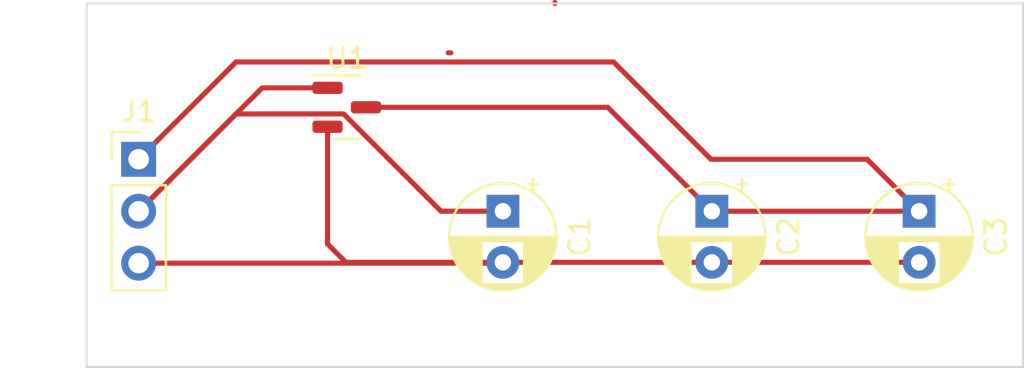
<source format=kicad_pcb>
(kicad_pcb (version 20211014) (generator pcbnew)
  (layers (0 "F.Cu" signal) (31 "B.Cu" signal) (34 "B.Paste" user) (35 "F.Paste" user) (36 "B.SilkS" user "B.Silkscreen") (37 "F.SilkS" user "F.Silkscreen") (38 "B.Mask" user) (39 "F.Mask" user) (44 "Edge.Cuts" user))
  (net 0 "")
  (net 1 "Net-(C1-Pad1)")
  (net 2 "GNDREF")
  (net 3 "Net-(U1-Pad3)")
  (footprint "Package_TO_SOT_SMD:SOT-23" (layer "F.Cu") (at 121.92 104.14)
    (fp_text reference "U1" (at 0 -2.4) (layer "F.SilkS"))
    (fp_text value "L7805")
    (fp_line (start 0 -1.56) (end 0.65 -1.56) (layer "F.SilkS") (width 0.12))
    (fp_line (start 0 -1.56) (end -1.675 -1.56) (layer "F.SilkS") (width 0.12))
    (fp_line (start 0 1.56) (end -0.65 1.56) (layer "F.SilkS") (width 0.12))
    (fp_line (start 0 1.56) (end 0.65 1.56) (layer "F.SilkS") (width 0.12))
    (pad "1" smd roundrect (at -0.9375 -0.95) (size 1.475 0.6) (layers "F.Cu" "F.Paste" "F.Mask") (net 1 "Net-(C1-Pad1)"))
    (pad "2" smd roundrect (at -0.9375 0.95) (size 1.475 0.6) (layers "F.Cu" "F.Paste" "F.Mask") (net 2 "GNDREF"))
    (pad "3" smd roundrect (at 0.9375 0) (size 1.475 0.6) (layers "F.Cu" "F.Paste" "F.Mask") (net 3 "Net-(U1-Pad3)"))
  )
  (footprint "Capacitor_THT:CP_Radial_D5.0mm_P2.50mm" (layer "F.Cu") (at 149.86 109.22 -90)
    (fp_text reference "C3" (at 1.25 -3.75 90) (layer "F.SilkS"))
    (fp_text value "C")
    (fp_line (start 3.051 -1.864) (end 3.051 -1.04) (layer "F.SilkS") (width 0.12))
    (fp_line (start 2.931 -1.971) (end 2.931 -1.04) (layer "F.SilkS") (width 0.12))
    (fp_line (start 2.651 -2.175) (end 2.651 -1.04) (layer "F.SilkS") (width 0.12))
    (fp_line (start 3.011 -1.901) (end 3.011 -1.04) (layer "F.SilkS") (width 0.12))
    (fp_line (start 1.65 -2.55) (end 1.65 -1.04) (layer "F.SilkS") (width 0.12))
    (fp_line (start 3.451 1.04) (end 3.451 1.383) (layer "F.SilkS") (width 0.12))
    (fp_line (start 1.57 -2.561) (end 1.57 -1.04) (layer "F.SilkS") (width 0.12))
    (fp_line (start 2.411 -2.31) (end 2.411 -1.04) (layer "F.SilkS") (width 0.12))
    (fp_line (start 2.971 -1.937) (end 2.971 -1.04) (layer "F.SilkS") (width 0.12))
    (fp_line (start 1.65 1.04) (end 1.65 2.55) (layer "F.SilkS") (width 0.12))
    (fp_line (start 2.731 -2.122) (end 2.731 -1.04) (layer "F.SilkS") (width 0.12))
    (fp_line (start 1.37 -2.578) (end 1.37 2.578) (layer "F.SilkS") (width 0.12))
    (fp_line (start -1.554775 -1.475) (end -1.054775 -1.475) (layer "F.SilkS") (width 0.12))
    (fp_line (start 3.371 -1.5) (end 3.371 -1.04) (layer "F.SilkS") (width 0.12))
    (fp_line (start 1.81 -2.52) (end 1.81 -1.04) (layer "F.SilkS") (width 0.12))
    (fp_line (start 3.651 -1.011) (end 3.651 1.011) (layer "F.SilkS") (width 0.12))
    (fp_line (start 2.771 -2.095) (end 2.771 -1.04) (layer "F.SilkS") (width 0.12))
    (fp_line (start 3.491 -1.319) (end 3.491 -1.04) (layer "F.SilkS") (width 0.12))
    (fp_line (start 1.53 1.04) (end 1.53 2.565) (layer "F.SilkS") (width 0.12))
    (fp_line (start 2.131 1.04) (end 2.131 2.428) (layer "F.SilkS") (width 0.12))
    (fp_line (start 2.451 -2.29) (end 2.451 -1.04) (layer "F.SilkS") (width 0.12))
    (fp_line (start 1.971 -2.48) (end 1.971 -1.04) (layer "F.SilkS") (width 0.12))
    (fp_line (start 3.611 -1.098) (end 3.611 1.098) (layer "F.SilkS") (width 0.12))
    (fp_line (start 2.251 -2.382) (end 2.251 -1.04) (layer "F.SilkS") (width 0.12))
    (fp_line (start 1.45 -2.573) (end 1.45 2.573) (layer "F.SilkS") (width 0.12))
    (fp_line (start 1.89 -2.501) (end 1.89 -1.04) (layer "F.SilkS") (width 0.12))
    (fp_line (start 2.011 1.04) (end 2.011 2.468) (layer "F.SilkS") (width 0.12))
    (fp_line (start 2.091 -2.442) (end 2.091 -1.04) (layer "F.SilkS") (width 0.12))
    (fp_line (start 2.491 1.04) (end 2.491 2.268) (layer "F.SilkS") (width 0.12))
    (fp_line (start 2.131 -2.428) (end 2.131 -1.04) (layer "F.SilkS") (width 0.12))
    (fp_line (start 1.41 -2.576) (end 1.41 2.576) (layer "F.SilkS") (width 0.12))
    (fp_line (start 2.211 1.04) (end 2.211 2.398) (layer "F.SilkS") (width 0.12))
    (fp_line (start 3.731 -0.805) (end 3.731 0.805) (layer "F.SilkS") (width 0.12))
    (fp_line (start 2.251 1.04) (end 2.251 2.382) (layer "F.SilkS") (width 0.12))
    (fp_line (start 1.69 1.04) (end 1.69 2.543) (layer "F.SilkS") (width 0.12))
    (fp_line (start 1.85 1.04) (end 1.85 2.511) (layer "F.SilkS") (width 0.12))
    (fp_line (start 3.371 1.04) (end 3.371 1.5) (layer "F.SilkS") (width 0.12))
    (fp_line (start 2.051 -2.455) (end 2.051 -1.04) (layer "F.SilkS") (width 0.12))
    (fp_line (start 3.531 -1.251) (end 3.531 -1.04) (layer "F.SilkS") (width 0.12))
    (fp_line (start 3.091 1.04) (end 3.091 1.826) (layer "F.SilkS") (width 0.12))
    (fp_line (start 2.691 1.04) (end 2.691 2.149) (layer "F.SilkS") (width 0.12))
    (fp_line (start 3.411 -1.443) (end 3.411 -1.04) (layer "F.SilkS") (width 0.12))
    (fp_line (start 1.77 -2.528) (end 1.77 -1.04) (layer "F.SilkS") (width 0.12))
    (fp_line (start 2.971 1.04) (end 2.971 1.937) (layer "F.SilkS") (width 0.12))
    (fp_line (start 2.171 1.04) (end 2.171 2.414) (layer "F.SilkS") (width 0.12))
    (fp_line (start 2.411 1.04) (end 2.411 2.31) (layer "F.SilkS") (width 0.12))
    (fp_line (start 1.61 1.04) (end 1.61 2.556) (layer "F.SilkS") (width 0.12))
    (fp_line (start 2.291 -2.365) (end 2.291 -1.04) (layer "F.SilkS") (width 0.12))
    (fp_line (start 3.291 1.04) (end 3.291 1.605) (layer "F.SilkS") (width 0.12))
    (fp_line (start 2.891 1.04) (end 2.891 2.004) (layer "F.SilkS") (width 0.12))
    (fp_line (start 2.651 1.04) (end 2.651 2.175) (layer "F.SilkS") (width 0.12))
    (fp_line (start 2.931 1.04) (end 2.931 1.971) (layer "F.SilkS") (width 0.12))
    (fp_line (start 2.371 -2.329) (end 2.371 -1.04) (layer "F.SilkS") (width 0.12))
    (fp_line (start 3.331 -1.554) (end 3.331 -1.04) (layer "F.SilkS") (width 0.12))
    (fp_line (start 3.211 1.04) (end 3.211 1.699) (layer "F.SilkS") (width 0.12))
    (fp_line (start 2.851 1.04) (end 2.851 2.035) (layer "F.SilkS") (width 0.12))
    (fp_line (start 3.571 -1.178) (end 3.571 1.178) (layer "F.SilkS") (width 0.12))
    (fp_line (start 2.811 1.04) (end 2.811 2.065) (layer "F.SilkS") (width 0.12))
    (fp_line (start 1.93 -2.491) (end 1.93 -1.04) (layer "F.SilkS") (width 0.12))
    (fp_line (start 1.93 1.04) (end 1.93 2.491) (layer "F.SilkS") (width 0.12))
    (fp_line (start 2.291 1.04) (end 2.291 2.365) (layer "F.SilkS") (width 0.12))
    (fp_line (start 3.251 1.04) (end 3.251 1.653) (layer "F.SilkS") (width 0.12))
    (fp_line (start 2.011 -2.468) (end 2.011 -1.04) (layer "F.SilkS") (width 0.12))
    (fp_line (start 3.531 1.04) (end 3.531 1.251) (layer "F.SilkS") (width 0.12))
    (fp_line (start 2.851 -2.035) (end 2.851 -1.04) (layer "F.SilkS") (width 0.12))
    (fp_line (start 1.73 -2.536) (end 1.73 -1.04) (layer "F.SilkS") (width 0.12))
    (fp_line (start 1.57 1.04) (end 1.57 2.561) (layer "F.SilkS") (width 0.12))
    (fp_line (start 2.451 1.04) (end 2.451 2.29) (layer "F.SilkS") (width 0.12))
    (fp_line (start 1.29 -2.58) (end 1.29 2.58) (layer "F.SilkS") (width 0.12))
    (fp_line (start 3.451 -1.383) (end 3.451 -1.04) (layer "F.SilkS") (width 0.12))
    (fp_line (start 2.691 -2.149) (end 2.691 -1.04) (layer "F.SilkS") (width 0.12))
    (fp_line (start 2.811 -2.065) (end 2.811 -1.04) (layer "F.SilkS") (width 0.12))
    (fp_line (start 2.611 -2.2) (end 2.611 -1.04) (layer "F.SilkS") (width 0.12))
    (fp_line (start 2.171 -2.414) (end 2.171 -1.04) (layer "F.SilkS") (width 0.12))
    (fp_line (start 3.411 1.04) (end 3.411 1.443) (layer "F.SilkS") (width 0.12))
    (fp_line (start 3.851 -0.284) (end 3.851 0.284) (layer "F.SilkS") (width 0.12))
    (fp_line (start 1.25 -2.58) (end 1.25 2.58) (layer "F.SilkS") (width 0.12))
    (fp_line (start 2.491 -2.268) (end 2.491 -1.04) (layer "F.SilkS") (width 0.12))
    (fp_line (start 3.291 -1.605) (end 3.291 -1.04) (layer "F.SilkS") (width 0.12))
    (fp_line (start 1.89 1.04) (end 1.89 2.501) (layer "F.SilkS") (width 0.12))
    (fp_line (start 1.69 -2.543) (end 1.69 -1.04) (layer "F.SilkS") (width 0.12))
    (fp_line (start 2.571 1.04) (end 2.571 2.224) (layer "F.SilkS") (width 0.12))
    (fp_line (start 2.731 1.04) (end 2.731 2.122) (layer "F.SilkS") (width 0.12))
    (fp_line (start 2.051 1.04) (end 2.051 2.455) (layer "F.SilkS") (width 0.12))
    (fp_line (start 2.771 1.04) (end 2.771 2.095) (layer "F.SilkS") (width 0.12))
    (fp_line (start 1.77 1.04) (end 1.77 2.528) (layer "F.SilkS") (width 0.12))
    (fp_line (start 2.571 -2.224) (end 2.571 -1.04) (layer "F.SilkS") (width 0.12))
    (fp_line (start 3.131 1.04) (end 3.131 1.785) (layer "F.SilkS") (width 0.12))
    (fp_line (start 1.33 -2.579) (end 1.33 2.579) (layer "F.SilkS") (width 0.12))
    (fp_line (start 1.61 -2.556) (end 1.61 -1.04) (layer "F.SilkS") (width 0.12))
    (fp_line (start 3.211 -1.699) (end 3.211 -1.04) (layer "F.SilkS") (width 0.12))
    (fp_line (start 1.85 -2.511) (end 1.85 -1.04) (layer "F.SilkS") (width 0.12))
    (fp_line (start 1.49 1.04) (end 1.49 2.569) (layer "F.SilkS") (width 0.12))
    (fp_line (start 3.691 -0.915) (end 3.691 0.915) (layer "F.SilkS") (width 0.12))
    (fp_line (start 1.53 -2.565) (end 1.53 -1.04) (layer "F.SilkS") (width 0.12))
    (fp_line (start 3.091 -1.826) (end 3.091 -1.04) (layer "F.SilkS") (width 0.12))
    (fp_line (start 2.331 -2.348) (end 2.331 -1.04) (layer "F.SilkS") (width 0.12))
    (fp_line (start 1.81 1.04) (end 1.81 2.52) (layer "F.SilkS") (width 0.12))
    (fp_line (start 3.051 1.04) (end 3.051 1.864) (layer "F.SilkS") (width 0.12))
    (fp_line (start 1.73 1.04) (end 1.73 2.536) (layer "F.SilkS") (width 0.12))
    (fp_line (start 3.771 -0.677) (end 3.771 0.677) (layer "F.SilkS") (width 0.12))
    (fp_line (start 3.131 -1.785) (end 3.131 -1.04) (layer "F.SilkS") (width 0.12))
    (fp_line (start 2.371 1.04) (end 2.371 2.329) (layer "F.SilkS") (width 0.12))
    (fp_line (start 2.091 1.04) (end 2.091 2.442) (layer "F.SilkS") (width 0.12))
    (fp_line (start 2.211 -2.398) (end 2.211 -1.04) (layer "F.SilkS") (width 0.12))
    (fp_line (start 3.331 1.04) (end 3.331 1.554) (layer "F.SilkS") (width 0.12))
    (fp_line (start 1.971 1.04) (end 1.971 2.48) (layer "F.SilkS") (width 0.12))
    (fp_line (start 2.331 1.04) (end 2.331 2.348) (layer "F.SilkS") (width 0.12))
    (fp_line (start 3.011 1.04) (end 3.011 1.901) (layer "F.SilkS") (width 0.12))
    (fp_line (start -1.304775 -1.725) (end -1.304775 -1.225) (layer "F.SilkS") (width 0.12))
    (fp_line (start 2.611 1.04) (end 2.611 2.2) (layer "F.SilkS") (width 0.12))
    (fp_line (start 3.811 -0.518) (end 3.811 0.518) (layer "F.SilkS") (width 0.12))
    (fp_line (start 3.491 1.04) (end 3.491 1.319) (layer "F.SilkS") (width 0.12))
    (fp_line (start 3.251 -1.653) (end 3.251 -1.04) (layer "F.SilkS") (width 0.12))
    (fp_line (start 1.49 -2.569) (end 1.49 -1.04) (layer "F.SilkS") (width 0.12))
    (fp_line (start 2.531 -2.247) (end 2.531 -1.04) (layer "F.SilkS") (width 0.12))
    (fp_line (start 3.171 1.04) (end 3.171 1.743) (layer "F.SilkS") (width 0.12))
    (fp_line (start 2.531 1.04) (end 2.531 2.247) (layer "F.SilkS") (width 0.12))
    (fp_line (start 3.171 -1.743) (end 3.171 -1.04) (layer "F.SilkS") (width 0.12))
    (fp_line (start 2.891 -2.004) (end 2.891 -1.04) (layer "F.SilkS") (width 0.12))
    (fp_circle (center 1.25 0) (end 3.87 0) (layer "F.SilkS") (width 0.12) (fill none))
    (pad "1" thru_hole rect (at 0 0 270) (size 1.6 1.6) (drill 0.8) (layers *.Cu *.Mask) (net 3 "Net-(U1-Pad3)"))
    (pad "2" thru_hole circle (at 2.5 0 270) (size 1.6 1.6) (drill 0.8) (layers *.Cu *.Mask) (net 2 "GNDREF"))
  )
  (footprint "Capacitor_THT:CP_Radial_D5.0mm_P2.50mm" (layer "F.Cu") (at 129.54 109.22 -90)
    (fp_text reference "C1" (at 1.25 -3.75 90) (layer "F.SilkS"))
    (fp_text value "C")
    (fp_line (start 1.69 -2.543) (end 1.69 -1.04) (layer "F.SilkS") (width 0.12))
    (fp_line (start 2.211 1.04) (end 2.211 2.398) (layer "F.SilkS") (width 0.12))
    (fp_line (start 2.251 -2.382) (end 2.251 -1.04) (layer "F.SilkS") (width 0.12))
    (fp_line (start 1.69 1.04) (end 1.69 2.543) (layer "F.SilkS") (width 0.12))
    (fp_line (start 2.451 -2.29) (end 2.451 -1.04) (layer "F.SilkS") (width 0.12))
    (fp_line (start 3.371 -1.5) (end 3.371 -1.04) (layer "F.SilkS") (width 0.12))
    (fp_line (start 2.011 1.04) (end 2.011 2.468) (layer "F.SilkS") (width 0.12))
    (fp_line (start 3.491 -1.319) (end 3.491 -1.04) (layer "F.SilkS") (width 0.12))
    (fp_line (start 2.331 1.04) (end 2.331 2.348) (layer "F.SilkS") (width 0.12))
    (fp_line (start 2.531 1.04) (end 2.531 2.247) (layer "F.SilkS") (width 0.12))
    (fp_line (start 2.491 -2.268) (end 2.491 -1.04) (layer "F.SilkS") (width 0.12))
    (fp_line (start 2.851 1.04) (end 2.851 2.035) (layer "F.SilkS") (width 0.12))
    (fp_line (start 3.731 -0.805) (end 3.731 0.805) (layer "F.SilkS") (width 0.12))
    (fp_line (start 2.371 -2.329) (end 2.371 -1.04) (layer "F.SilkS") (width 0.12))
    (fp_line (start 3.131 -1.785) (end 3.131 -1.04) (layer "F.SilkS") (width 0.12))
    (fp_line (start 3.771 -0.677) (end 3.771 0.677) (layer "F.SilkS") (width 0.12))
    (fp_line (start 2.491 1.04) (end 2.491 2.268) (layer "F.SilkS") (width 0.12))
    (fp_line (start 1.61 -2.556) (end 1.61 -1.04) (layer "F.SilkS") (width 0.12))
    (fp_line (start 3.691 -0.915) (end 3.691 0.915) (layer "F.SilkS") (width 0.12))
    (fp_line (start 2.611 -2.2) (end 2.611 -1.04) (layer "F.SilkS") (width 0.12))
    (fp_line (start 1.53 -2.565) (end 1.53 -1.04) (layer "F.SilkS") (width 0.12))
    (fp_line (start 3.531 -1.251) (end 3.531 -1.04) (layer "F.SilkS") (width 0.12))
    (fp_line (start 2.291 1.04) (end 2.291 2.365) (layer "F.SilkS") (width 0.12))
    (fp_line (start 1.89 1.04) (end 1.89 2.501) (layer "F.SilkS") (width 0.12))
    (fp_line (start 3.171 -1.743) (end 3.171 -1.04) (layer "F.SilkS") (width 0.12))
    (fp_line (start 1.53 1.04) (end 1.53 2.565) (layer "F.SilkS") (width 0.12))
    (fp_line (start 1.93 1.04) (end 1.93 2.491) (layer "F.SilkS") (width 0.12))
    (fp_line (start 2.011 -2.468) (end 2.011 -1.04) (layer "F.SilkS") (width 0.12))
    (fp_line (start 2.931 -1.971) (end 2.931 -1.04) (layer "F.SilkS") (width 0.12))
    (fp_line (start 2.691 -2.149) (end 2.691 -1.04) (layer "F.SilkS") (width 0.12))
    (fp_line (start 2.891 -2.004) (end 2.891 -1.04) (layer "F.SilkS") (width 0.12))
    (fp_line (start 2.051 1.04) (end 2.051 2.455) (layer "F.SilkS") (width 0.12))
    (fp_line (start 3.851 -0.284) (end 3.851 0.284) (layer "F.SilkS") (width 0.12))
    (fp_line (start 3.091 1.04) (end 3.091 1.826) (layer "F.SilkS") (width 0.12))
    (fp_line (start 3.291 1.04) (end 3.291 1.605) (layer "F.SilkS") (width 0.12))
    (fp_line (start 1.45 -2.573) (end 1.45 2.573) (layer "F.SilkS") (width 0.12))
    (fp_line (start -1.554775 -1.475) (end -1.054775 -1.475) (layer "F.SilkS") (width 0.12))
    (fp_line (start 2.891 1.04) (end 2.891 2.004) (layer "F.SilkS") (width 0.12))
    (fp_line (start 3.451 1.04) (end 3.451 1.383) (layer "F.SilkS") (width 0.12))
    (fp_line (start 2.131 1.04) (end 2.131 2.428) (layer "F.SilkS") (width 0.12))
    (fp_line (start 2.931 1.04) (end 2.931 1.971) (layer "F.SilkS") (width 0.12))
    (fp_line (start 2.331 -2.348) (end 2.331 -1.04) (layer "F.SilkS") (width 0.12))
    (fp_line (start 1.81 1.04) (end 1.81 2.52) (layer "F.SilkS") (width 0.12))
    (fp_line (start 3.251 -1.653) (end 3.251 -1.04) (layer "F.SilkS") (width 0.12))
    (fp_line (start 1.971 -2.48) (end 1.971 -1.04) (layer "F.SilkS") (width 0.12))
    (fp_line (start 2.171 1.04) (end 2.171 2.414) (layer "F.SilkS") (width 0.12))
    (fp_line (start 2.571 1.04) (end 2.571 2.224) (layer "F.SilkS") (width 0.12))
    (fp_line (start 2.171 -2.414) (end 2.171 -1.04) (layer "F.SilkS") (width 0.12))
    (fp_line (start 1.25 -2.58) (end 1.25 2.58) (layer "F.SilkS") (width 0.12))
    (fp_line (start 2.771 -2.095) (end 2.771 -1.04) (layer "F.SilkS") (width 0.12))
    (fp_line (start 3.571 -1.178) (end 3.571 1.178) (layer "F.SilkS") (width 0.12))
    (fp_line (start 2.091 1.04) (end 2.091 2.442) (layer "F.SilkS") (width 0.12))
    (fp_line (start 1.49 -2.569) (end 1.49 -1.04) (layer "F.SilkS") (width 0.12))
    (fp_line (start 1.77 -2.528) (end 1.77 -1.04) (layer "F.SilkS") (width 0.12))
    (fp_line (start 1.65 1.04) (end 1.65 2.55) (layer "F.SilkS") (width 0.12))
    (fp_line (start 2.251 1.04) (end 2.251 2.382) (layer "F.SilkS") (width 0.12))
    (fp_line (start 3.371 1.04) (end 3.371 1.5) (layer "F.SilkS") (width 0.12))
    (fp_line (start 2.051 -2.455) (end 2.051 -1.04) (layer "F.SilkS") (width 0.12))
    (fp_line (start 2.651 1.04) (end 2.651 2.175) (layer "F.SilkS") (width 0.12))
    (fp_line (start 2.211 -2.398) (end 2.211 -1.04) (layer "F.SilkS") (width 0.12))
    (fp_line (start 3.011 -1.901) (end 3.011 -1.04) (layer "F.SilkS") (width 0.12))
    (fp_line (start 3.131 1.04) (end 3.131 1.785) (layer "F.SilkS") (width 0.12))
    (fp_line (start 3.651 -1.011) (end 3.651 1.011) (layer "F.SilkS") (width 0.12))
    (fp_line (start 1.81 -2.52) (end 1.81 -1.04) (layer "F.SilkS") (width 0.12))
    (fp_line (start 2.571 -2.224) (end 2.571 -1.04) (layer "F.SilkS") (width 0.12))
    (fp_line (start 2.651 -2.175) (end 2.651 -1.04) (layer "F.SilkS") (width 0.12))
    (fp_line (start 2.771 1.04) (end 2.771 2.095) (layer "F.SilkS") (width 0.12))
    (fp_line (start 2.691 1.04) (end 2.691 2.149) (layer "F.SilkS") (width 0.12))
    (fp_line (start 3.411 -1.443) (end 3.411 -1.04) (layer "F.SilkS") (width 0.12))
    (fp_line (start 3.291 -1.605) (end 3.291 -1.04) (layer "F.SilkS") (width 0.12))
    (fp_line (start -1.304775 -1.725) (end -1.304775 -1.225) (layer "F.SilkS") (width 0.12))
    (fp_line (start 3.811 -0.518) (end 3.811 0.518) (layer "F.SilkS") (width 0.12))
    (fp_line (start 1.85 -2.511) (end 1.85 -1.04) (layer "F.SilkS") (width 0.12))
    (fp_line (start 1.73 1.04) (end 1.73 2.536) (layer "F.SilkS") (width 0.12))
    (fp_line (start 2.811 1.04) (end 2.811 2.065) (layer "F.SilkS") (width 0.12))
    (fp_line (start 2.851 -2.035) (end 2.851 -1.04) (layer "F.SilkS") (width 0.12))
    (fp_line (start 1.37 -2.578) (end 1.37 2.578) (layer "F.SilkS") (width 0.12))
    (fp_line (start 3.491 1.04) (end 3.491 1.319) (layer "F.SilkS") (width 0.12))
    (fp_line (start 1.93 -2.491) (end 1.93 -1.04) (layer "F.SilkS") (width 0.12))
    (fp_line (start 3.451 -1.383) (end 3.451 -1.04) (layer "F.SilkS") (width 0.12))
    (fp_line (start 2.371 1.04) (end 2.371 2.329) (layer "F.SilkS") (width 0.12))
    (fp_line (start 2.971 -1.937) (end 2.971 -1.04) (layer "F.SilkS") (width 0.12))
    (fp_line (start 2.411 1.04) (end 2.411 2.31) (layer "F.SilkS") (width 0.12))
    (fp_line (start 1.73 -2.536) (end 1.73 -1.04) (layer "F.SilkS") (width 0.12))
    (fp_line (start 3.531 1.04) (end 3.531 1.251) (layer "F.SilkS") (width 0.12))
    (fp_line (start 2.971 1.04) (end 2.971 1.937) (layer "F.SilkS") (width 0.12))
    (fp_line (start 3.331 1.04) (end 3.331 1.554) (layer "F.SilkS") (width 0.12))
    (fp_line (start 2.131 -2.428) (end 2.131 -1.04) (layer "F.SilkS") (width 0.12))
    (fp_line (start 1.41 -2.576) (end 1.41 2.576) (layer "F.SilkS") (width 0.12))
    (fp_line (start 1.33 -2.579) (end 1.33 2.579) (layer "F.SilkS") (width 0.12))
    (fp_line (start 3.211 -1.699) (end 3.211 -1.04) (layer "F.SilkS") (width 0.12))
    (fp_line (start 2.811 -2.065) (end 2.811 -1.04) (layer "F.SilkS") (width 0.12))
    (fp_line (start 3.171 1.04) (end 3.171 1.743) (layer "F.SilkS") (width 0.12))
    (fp_line (start 3.251 1.04) (end 3.251 1.653) (layer "F.SilkS") (width 0.12))
    (fp_line (start 1.61 1.04) (end 1.61 2.556) (layer "F.SilkS") (width 0.12))
    (fp_line (start 1.57 -2.561) (end 1.57 -1.04) (layer "F.SilkS") (width 0.12))
    (fp_line (start 2.731 -2.122) (end 2.731 -1.04) (layer "F.SilkS") (width 0.12))
    (fp_line (start 3.091 -1.826) (end 3.091 -1.04) (layer "F.SilkS") (width 0.12))
    (fp_line (start 3.331 -1.554) (end 3.331 -1.04) (layer "F.SilkS") (width 0.12))
    (fp_line (start 1.65 -2.55) (end 1.65 -1.04) (layer "F.SilkS") (width 0.12))
    (fp_line (start 3.411 1.04) (end 3.411 1.443) (layer "F.SilkS") (width 0.12))
    (fp_line (start 2.411 -2.31) (end 2.411 -1.04) (layer "F.SilkS") (width 0.12))
    (fp_line (start 2.531 -2.247) (end 2.531 -1.04) (layer "F.SilkS") (width 0.12))
    (fp_line (start 2.451 1.04) (end 2.451 2.29) (layer "F.SilkS") (width 0.12))
    (fp_line (start 1.57 1.04) (end 1.57 2.561) (layer "F.SilkS") (width 0.12))
    (fp_line (start 1.89 -2.501) (end 1.89 -1.04) (layer "F.SilkS") (width 0.12))
    (fp_line (start 2.611 1.04) (end 2.611 2.2) (layer "F.SilkS") (width 0.12))
    (fp_line (start 1.77 1.04) (end 1.77 2.528) (layer "F.SilkS") (width 0.12))
    (fp_line (start 1.49 1.04) (end 1.49 2.569) (layer "F.SilkS") (width 0.12))
    (fp_line (start 3.011 1.04) (end 3.011 1.901) (layer "F.SilkS") (width 0.12))
    (fp_line (start 2.091 -2.442) (end 2.091 -1.04) (layer "F.SilkS") (width 0.12))
    (fp_line (start 3.611 -1.098) (end 3.611 1.098) (layer "F.SilkS") (width 0.12))
    (fp_line (start 2.291 -2.365) (end 2.291 -1.04) (layer "F.SilkS") (width 0.12))
    (fp_line (start 1.971 1.04) (end 1.971 2.48) (layer "F.SilkS") (width 0.12))
    (fp_line (start 3.211 1.04) (end 3.211 1.699) (layer "F.SilkS") (width 0.12))
    (fp_line (start 1.85 1.04) (end 1.85 2.511) (layer "F.SilkS") (width 0.12))
    (fp_line (start 3.051 -1.864) (end 3.051 -1.04) (layer "F.SilkS") (width 0.12))
    (fp_line (start 2.731 1.04) (end 2.731 2.122) (layer "F.SilkS") (width 0.12))
    (fp_line (start 1.29 -2.58) (end 1.29 2.58) (layer "F.SilkS") (width 0.12))
    (fp_line (start 3.051 1.04) (end 3.051 1.864) (layer "F.SilkS") (width 0.12))
    (fp_circle (center 1.25 0) (end 3.87 0) (layer "F.SilkS") (width 0.12) (fill none))
    (pad "1" thru_hole rect (at 0 0 270) (size 1.6 1.6) (drill 0.8) (layers *.Cu *.Mask) (net 1 "Net-(C1-Pad1)"))
    (pad "2" thru_hole circle (at 2.5 0 270) (size 1.6 1.6) (drill 0.8) (layers *.Cu *.Mask) (net 2 "GNDREF"))
  )
  (footprint "Connector_PinHeader_2.54mm:PinHeader_1x03_P2.54mm_Vertical" (layer "F.Cu") (at 111.76 106.68)
    (fp_text reference "J1" (at 0 -2.33) (layer "F.SilkS"))
    (fp_text value "Conn_01x03_Male")
    (fp_line (start -1.33 -1.33) (end 0 -1.33) (layer "F.SilkS") (width 0.12))
    (fp_line (start -1.33 1.27) (end 1.33 1.27) (layer "F.SilkS") (width 0.12))
    (fp_line (start -1.33 0) (end -1.33 -1.33) (layer "F.SilkS") (width 0.12))
    (fp_line (start -1.33 1.27) (end -1.33 6.41) (layer "F.SilkS") (width 0.12))
    (fp_line (start 1.33 1.27) (end 1.33 6.41) (layer "F.SilkS") (width 0.12))
    (fp_line (start -1.33 6.41) (end 1.33 6.41) (layer "F.SilkS") (width 0.12))
    (pad "1" thru_hole rect (at 0 0) (size 1.7 1.7) (drill 1) (layers *.Cu *.Mask) (net 3 "Net-(U1-Pad3)"))
    (pad "2" thru_hole oval (at 0 2.54) (size 1.7 1.7) (drill 1) (layers *.Cu *.Mask) (net 1 "Net-(C1-Pad1)"))
    (pad "3" thru_hole oval (at 0 5.08) (size 1.7 1.7) (drill 1) (layers *.Cu *.Mask) (net 2 "GNDREF"))
  )
  (footprint "Capacitor_THT:CP_Radial_D5.0mm_P2.50mm" (layer "F.Cu") (at 139.74 109.22 -90)
    (fp_text reference "C2" (at 1.25 -3.75 90) (layer "F.SilkS"))
    (fp_text value "C")
    (fp_line (start 3.451 -1.383) (end 3.451 -1.04) (layer "F.SilkS") (width 0.12))
    (fp_line (start 1.37 -2.578) (end 1.37 2.578) (layer "F.SilkS") (width 0.12))
    (fp_line (start 2.851 1.04) (end 2.851 2.035) (layer "F.SilkS") (width 0.12))
    (fp_line (start 1.57 -2.561) (end 1.57 -1.04) (layer "F.SilkS") (width 0.12))
    (fp_line (start 2.051 1.04) (end 2.051 2.455) (layer "F.SilkS") (width 0.12))
    (fp_line (start 2.291 1.04) (end 2.291 2.365) (layer "F.SilkS") (width 0.12))
    (fp_line (start 2.131 -2.428) (end 2.131 -1.04) (layer "F.SilkS") (width 0.12))
    (fp_line (start 3.531 -1.251) (end 3.531 -1.04) (layer "F.SilkS") (width 0.12))
    (fp_line (start 1.25 -2.58) (end 1.25 2.58) (layer "F.SilkS") (width 0.12))
    (fp_line (start 1.77 1.04) (end 1.77 2.528) (layer "F.SilkS") (width 0.12))
    (fp_line (start 1.65 -2.55) (end 1.65 -1.04) (layer "F.SilkS") (width 0.12))
    (fp_line (start 2.651 1.04) (end 2.651 2.175) (layer "F.SilkS") (width 0.12))
    (fp_line (start 3.011 1.04) (end 3.011 1.901) (layer "F.SilkS") (width 0.12))
    (fp_line (start 1.49 -2.569) (end 1.49 -1.04) (layer "F.SilkS") (width 0.12))
    (fp_line (start 3.651 -1.011) (end 3.651 1.011) (layer "F.SilkS") (width 0.12))
    (fp_line (start 1.61 -2.556) (end 1.61 -1.04) (layer "F.SilkS") (width 0.12))
    (fp_line (start 1.89 -2.501) (end 1.89 -1.04) (layer "F.SilkS") (width 0.12))
    (fp_line (start 3.131 1.04) (end 3.131 1.785) (layer "F.SilkS") (width 0.12))
    (fp_line (start 1.33 -2.579) (end 1.33 2.579) (layer "F.SilkS") (width 0.12))
    (fp_line (start 1.61 1.04) (end 1.61 2.556) (layer "F.SilkS") (width 0.12))
    (fp_line (start 3.051 1.04) (end 3.051 1.864) (layer "F.SilkS") (width 0.12))
    (fp_line (start 2.171 -2.414) (end 2.171 -1.04) (layer "F.SilkS") (width 0.12))
    (fp_line (start 2.091 -2.442) (end 2.091 -1.04) (layer "F.SilkS") (width 0.12))
    (fp_line (start 2.891 1.04) (end 2.891 2.004) (layer "F.SilkS") (width 0.12))
    (fp_line (start 3.531 1.04) (end 3.531 1.251) (layer "F.SilkS") (width 0.12))
    (fp_line (start 3.131 -1.785) (end 3.131 -1.04) (layer "F.SilkS") (width 0.12))
    (fp_line (start 3.491 1.04) (end 3.491 1.319) (layer "F.SilkS") (width 0.12))
    (fp_line (start 1.85 1.04) (end 1.85 2.511) (layer "F.SilkS") (width 0.12))
    (fp_line (start 1.85 -2.511) (end 1.85 -1.04) (layer "F.SilkS") (width 0.12))
    (fp_line (start 2.971 1.04) (end 2.971 1.937) (layer "F.SilkS") (width 0.12))
    (fp_line (start -1.304775 -1.725) (end -1.304775 -1.225) (layer "F.SilkS") (width 0.12))
    (fp_line (start 3.571 -1.178) (end 3.571 1.178) (layer "F.SilkS") (width 0.12))
    (fp_line (start 2.011 -2.468) (end 2.011 -1.04) (layer "F.SilkS") (width 0.12))
    (fp_line (start -1.554775 -1.475) (end -1.054775 -1.475) (layer "F.SilkS") (width 0.12))
    (fp_line (start 2.771 -2.095) (end 2.771 -1.04) (layer "F.SilkS") (width 0.12))
    (fp_line (start 1.41 -2.576) (end 1.41 2.576) (layer "F.SilkS") (width 0.12))
    (fp_line (start 3.291 -1.605) (end 3.291 -1.04) (layer "F.SilkS") (width 0.12))
    (fp_line (start 2.251 1.04) (end 2.251 2.382) (layer "F.SilkS") (width 0.12))
    (fp_line (start 1.93 -2.491) (end 1.93 -1.04) (layer "F.SilkS") (width 0.12))
    (fp_line (start 3.371 -1.5) (end 3.371 -1.04) (layer "F.SilkS") (width 0.12))
    (fp_line (start 3.411 -1.443) (end 3.411 -1.04) (layer "F.SilkS") (width 0.12))
    (fp_line (start 2.411 -2.31) (end 2.411 -1.04) (layer "F.SilkS") (width 0.12))
    (fp_line (start 1.53 1.04) (end 1.53 2.565) (layer "F.SilkS") (width 0.12))
    (fp_line (start 3.091 1.04) (end 3.091 1.826) (layer "F.SilkS") (width 0.12))
    (fp_line (start 2.971 -1.937) (end 2.971 -1.04) (layer "F.SilkS") (width 0.12))
    (fp_line (start 3.611 -1.098) (end 3.611 1.098) (layer "F.SilkS") (width 0.12))
    (fp_line (start 3.211 1.04) (end 3.211 1.699) (layer "F.SilkS") (width 0.12))
    (fp_line (start 2.451 -2.29) (end 2.451 -1.04) (layer "F.SilkS") (width 0.12))
    (fp_line (start 3.011 -1.901) (end 3.011 -1.04) (layer "F.SilkS") (width 0.12))
    (fp_line (start 2.491 1.04) (end 2.491 2.268) (layer "F.SilkS") (width 0.12))
    (fp_line (start 1.45 -2.573) (end 1.45 2.573) (layer "F.SilkS") (width 0.12))
    (fp_line (start 2.211 -2.398) (end 2.211 -1.04) (layer "F.SilkS") (width 0.12))
    (fp_line (start 2.531 1.04) (end 2.531 2.247) (layer "F.SilkS") (width 0.12))
    (fp_line (start 2.691 1.04) (end 2.691 2.149) (layer "F.SilkS") (width 0.12))
    (fp_line (start 1.971 1.04) (end 1.971 2.48) (layer "F.SilkS") (width 0.12))
    (fp_line (start 1.81 -2.52) (end 1.81 -1.04) (layer "F.SilkS") (width 0.12))
    (fp_line (start 3.211 -1.699) (end 3.211 -1.04) (layer "F.SilkS") (width 0.12))
    (fp_line (start 2.331 -2.348) (end 2.331 -1.04) (layer "F.SilkS") (width 0.12))
    (fp_line (start 2.851 -2.035) (end 2.851 -1.04) (layer "F.SilkS") (width 0.12))
    (fp_line (start 2.051 -2.455) (end 2.051 -1.04) (layer "F.SilkS") (width 0.12))
    (fp_line (start 2.491 -2.268) (end 2.491 -1.04) (layer "F.SilkS") (width 0.12))
    (fp_line (start 2.131 1.04) (end 2.131 2.428) (layer "F.SilkS") (width 0.12))
    (fp_line (start 3.491 -1.319) (end 3.491 -1.04) (layer "F.SilkS") (width 0.12))
    (fp_line (start 2.691 -2.149) (end 2.691 -1.04) (layer "F.SilkS") (width 0.12))
    (fp_line (start 1.65 1.04) (end 1.65 2.55) (layer "F.SilkS") (width 0.12))
    (fp_line (start 3.091 -1.826) (end 3.091 -1.04) (layer "F.SilkS") (width 0.12))
    (fp_line (start 1.69 -2.543) (end 1.69 -1.04) (layer "F.SilkS") (width 0.12))
    (fp_line (start 2.731 1.04) (end 2.731 2.122) (layer "F.SilkS") (width 0.12))
    (fp_line (start 2.371 1.04) (end 2.371 2.329) (layer "F.SilkS") (width 0.12))
    (fp_line (start 3.731 -0.805) (end 3.731 0.805) (layer "F.SilkS") (width 0.12))
    (fp_line (start 2.811 1.04) (end 2.811 2.065) (layer "F.SilkS") (width 0.12))
    (fp_line (start 2.571 1.04) (end 2.571 2.224) (layer "F.SilkS") (width 0.12))
    (fp_line (start 3.331 -1.554) (end 3.331 -1.04) (layer "F.SilkS") (width 0.12))
    (fp_line (start 1.29 -2.58) (end 1.29 2.58) (layer "F.SilkS") (width 0.12))
    (fp_line (start 1.57 1.04) (end 1.57 2.561) (layer "F.SilkS") (width 0.12))
    (fp_line (start 3.331 1.04) (end 3.331 1.554) (layer "F.SilkS") (width 0.12))
    (fp_line (start 3.291 1.04) (end 3.291 1.605) (layer "F.SilkS") (width 0.12))
    (fp_line (start 2.931 1.04) (end 2.931 1.971) (layer "F.SilkS") (width 0.12))
    (fp_line (start 2.651 -2.175) (end 2.651 -1.04) (layer "F.SilkS") (width 0.12))
    (fp_line (start 1.81 1.04) (end 1.81 2.52) (layer "F.SilkS") (width 0.12))
    (fp_line (start 1.73 1.04) (end 1.73 2.536) (layer "F.SilkS") (width 0.12))
    (fp_line (start 1.53 -2.565) (end 1.53 -1.04) (layer "F.SilkS") (width 0.12))
    (fp_line (start 3.411 1.04) (end 3.411 1.443) (layer "F.SilkS") (width 0.12))
    (fp_line (start 1.77 -2.528) (end 1.77 -1.04) (layer "F.SilkS") (width 0.12))
    (fp_line (start 1.49 1.04) (end 1.49 2.569) (layer "F.SilkS") (width 0.12))
    (fp_line (start 2.891 -2.004) (end 2.891 -1.04) (layer "F.SilkS") (width 0.12))
    (fp_line (start 3.851 -0.284) (end 3.851 0.284) (layer "F.SilkS") (width 0.12))
    (fp_line (start 3.171 -1.743) (end 3.171 -1.04) (layer "F.SilkS") (width 0.12))
    (fp_line (start 3.691 -0.915) (end 3.691 0.915) (layer "F.SilkS") (width 0.12))
    (fp_line (start 2.211 1.04) (end 2.211 2.398) (layer "F.SilkS") (width 0.12))
    (fp_line (start 2.611 -2.2) (end 2.611 -1.04) (layer "F.SilkS") (width 0.12))
    (fp_line (start 2.611 1.04) (end 2.611 2.2) (layer "F.SilkS") (width 0.12))
    (fp_line (start 2.931 -1.971) (end 2.931 -1.04) (layer "F.SilkS") (width 0.12))
    (fp_line (start 2.331 1.04) (end 2.331 2.348) (layer "F.SilkS") (width 0.12))
    (fp_line (start 2.811 -2.065) (end 2.811 -1.04) (layer "F.SilkS") (width 0.12))
    (fp_line (start 2.171 1.04) (end 2.171 2.414) (layer "F.SilkS") (width 0.12))
    (fp_line (start 2.291 -2.365) (end 2.291 -1.04) (layer "F.SilkS") (width 0.12))
    (fp_line (start 1.73 -2.536) (end 1.73 -1.04) (layer "F.SilkS") (width 0.12))
    (fp_line (start 2.011 1.04) (end 2.011 2.468) (layer "F.SilkS") (width 0.12))
    (fp_line (start 3.371 1.04) (end 3.371 1.5) (layer "F.SilkS") (width 0.12))
    (fp_line (start 1.971 -2.48) (end 1.971 -1.04) (layer "F.SilkS") (width 0.12))
    (fp_line (start 3.051 -1.864) (end 3.051 -1.04) (layer "F.SilkS") (width 0.12))
    (fp_line (start 1.69 1.04) (end 1.69 2.543) (layer "F.SilkS") (width 0.12))
    (fp_line (start 1.93 1.04) (end 1.93 2.491) (layer "F.SilkS") (width 0.12))
    (fp_line (start 3.771 -0.677) (end 3.771 0.677) (layer "F.SilkS") (width 0.12))
    (fp_line (start 2.451 1.04) (end 2.451 2.29) (layer "F.SilkS") (width 0.12))
    (fp_line (start 2.251 -2.382) (end 2.251 -1.04) (layer "F.SilkS") (width 0.12))
    (fp_line (start 2.571 -2.224) (end 2.571 -1.04) (layer "F.SilkS") (width 0.12))
    (fp_line (start 3.171 1.04) (end 3.171 1.743) (layer "F.SilkS") (width 0.12))
    (fp_line (start 2.731 -2.122) (end 2.731 -1.04) (layer "F.SilkS") (width 0.12))
    (fp_line (start 2.091 1.04) (end 2.091 2.442) (layer "F.SilkS") (width 0.12))
    (fp_line (start 1.89 1.04) (end 1.89 2.501) (layer "F.SilkS") (width 0.12))
    (fp_line (start 2.371 -2.329) (end 2.371 -1.04) (layer "F.SilkS") (width 0.12))
    (fp_line (start 3.251 -1.653) (end 3.251 -1.04) (layer "F.SilkS") (width 0.12))
    (fp_line (start 2.771 1.04) (end 2.771 2.095) (layer "F.SilkS") (width 0.12))
    (fp_line (start 2.531 -2.247) (end 2.531 -1.04) (layer "F.SilkS") (width 0.12))
    (fp_line (start 3.451 1.04) (end 3.451 1.383) (layer "F.SilkS") (width 0.12))
    (fp_line (start 2.411 1.04) (end 2.411 2.31) (layer "F.SilkS") (width 0.12))
    (fp_line (start 3.251 1.04) (end 3.251 1.653) (layer "F.SilkS") (width 0.12))
    (fp_line (start 3.811 -0.518) (end 3.811 0.518) (layer "F.SilkS") (width 0.12))
    (fp_circle (center 1.25 0) (end 3.87 0) (layer "F.SilkS") (width 0.12) (fill none))
    (pad "1" thru_hole rect (at 0 0 270) (size 1.6 1.6) (drill 0.8) (layers *.Cu *.Mask) (net 3 "Net-(U1-Pad3)"))
    (pad "2" thru_hole circle (at 2.5 0 270) (size 1.6 1.6) (drill 0.8) (layers *.Cu *.Mask) (net 2 "GNDREF"))
  )
  (gr_line (start 154.94 116.84) (end 109.22 116.84) (layer "Edge.Cuts") (width 0.1))
  (gr_line (start 109.22 116.84) (end 109.22 99.06) (layer "Edge.Cuts") (width 0.1))
  (gr_line (start 109.22 99.06) (end 152.4 99.06) (layer "Edge.Cuts") (width 0.1))
  (gr_line (start 154.94 99.06) (end 154.94 116.84) (layer "Edge.Cuts") (width 0.1))
  (gr_line (start 152.4 99.06) (end 154.94 99.06) (layer "Edge.Cuts") (width 0.1))
  (segment (start 117.79 103.19) (end 120.9825 103.19) (width 0.25) (layer "F.Cu") (net 1))
  (segment (start 121.766751 104.465) (end 116.515 104.465) (width 0.25) (layer "F.Cu") (net 1))
  (segment (start 116.515 104.465) (end 111.76 109.22) (width 0.25) (layer "F.Cu") (net 1))
  (segment (start 126.521751 109.22) (end 121.766751 104.465) (width 0.25) (layer "F.Cu") (net 1))
  (segment (start 111.76 109.22) (end 117.79 103.19) (width 0.25) (layer "F.Cu") (net 1))
  (segment (start 129.54 109.22) (end 126.521751 109.22) (width 0.25) (layer "F.Cu") (net 1))
  (segment (start 121.92 111.76) (end 121.96 111.72) (width 0.25) (layer "F.Cu") (net 2))
  (segment (start 132.08 99.06) (end 132.08 99.02) (width 0.25) (layer "F.Cu") (net 2))
  (segment (start 129.54 111.76) (end 111.76 111.76) (width 0.25) (layer "F.Cu") (net 2))
  (segment (start 129.58 111.72) (end 129.54 111.76) (width 0.25) (layer "F.Cu") (net 2))
  (segment (start 127 101.475) (end 126.875 101.475) (width 0.25) (layer "F.Cu") (net 2))
  (segment (start 120.9825 110.8225) (end 121.92 111.76) (width 0.25) (layer "F.Cu") (net 2))
  (segment (start 121.96 111.72) (end 129.54 111.72) (width 0.25) (layer "F.Cu") (net 2))
  (segment (start 120.9825 105.09) (end 120.9825 110.8225) (width 0.25) (layer "F.Cu") (net 2))
  (segment (start 149.86 111.72) (end 139.74 111.72) (width 0.25) (layer "F.Cu") (net 2))
  (segment (start 139.74 111.72) (end 129.58 111.72) (width 0.25) (layer "F.Cu") (net 2))
  (segment (start 111.76 106.68) (end 116.515 101.925) (width 0.25) (layer "F.Cu") (net 3))
  (segment (start 122.8575 104.14) (end 134.66 104.14) (width 0.25) (layer "F.Cu") (net 3))
  (segment (start 147.32 106.68) (end 149.86 109.22) (width 0.25) (layer "F.Cu") (net 3))
  (segment (start 134.945 101.925) (end 139.7 106.68) (width 0.25) (layer "F.Cu") (net 3))
  (segment (start 149.86 109.22) (end 139.74 109.22) (width 0.25) (layer "F.Cu") (net 3))
  (segment (start 116.515 101.925) (end 134.945 101.925) (width 0.25) (layer "F.Cu") (net 3))
  (segment (start 139.74 109.22) (end 134.66 104.14) (width 0.25) (layer "F.Cu") (net 3))
  (segment (start 139.7 106.68) (end 147.32 106.68) (width 0.25) (layer "F.Cu") (net 3))
)
</source>
